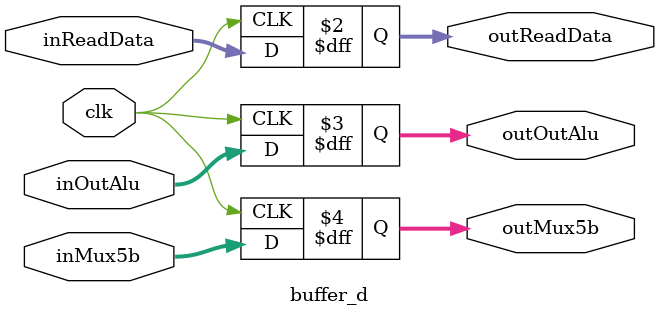
<source format=v>
`timescale 1ns/1ns
module buffer_d (
    input clk,
    input [31:0] inReadData,
    input [31:0] inOutAlu,
    input [4:0] inMux5b,
    output reg [31:0] outReadData,
    output reg [31:0] outOutAlu,
    output reg [4:0] outMux5b
);

    always @ (posedge clk) begin
        outReadData = inReadData;
        outOutAlu = inOutAlu;
        outMux5b = inMux5b;
    end

endmodule // buffer_d

</source>
